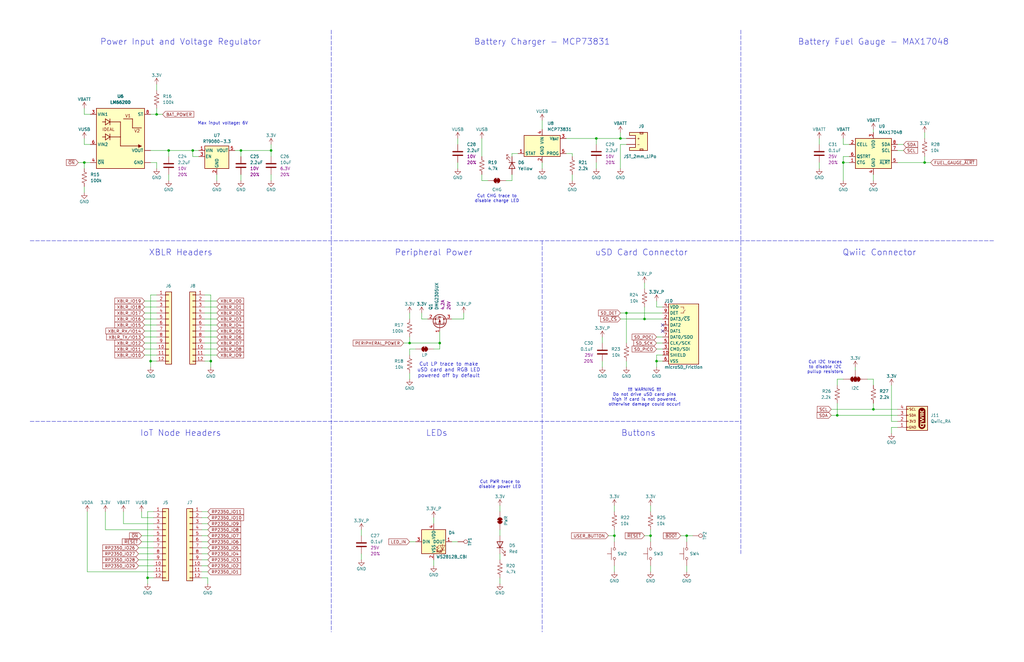
<source format=kicad_sch>
(kicad_sch (version 20231120) (generator "eeschema") (generator_version "8.0")
  (paper "USLedger")
  (title_block (title "SparkFun IoT Node - LoRaWAN") (date "2024-07-22") (rev "v02") (company "SparkFun") (comment 1 "Designed by: Dryw Wade"))
  (junction (at 276.86 152.4))
  (junction (at 274.32 226.06))
  (junction (at 62.23 243.84))
  (junction (at 71.12 63.5))
  (junction (at 114.3 63.5))
  (junction (at 389.89 68.58))
  (junction (at 264.16 132.08))
  (junction (at 355.6 68.58))
  (junction (at 35.56 68.58))
  (junction (at 271.78 134.62))
  (junction (at 185.42 144.78))
  (junction (at 259.08 226.06))
  (junction (at 63.5 152.4))
  (junction (at 368.3 172.72))
  (junction (at 353.06 175.26))
  (junction (at 101.6 63.5))
  (junction (at 251.46 58.42))
  (junction (at 289.56 226.06))
  (junction (at 88.9 152.4))
  (junction (at 172.72 144.78))
  (junction (at 261.62 58.42))
  (junction (at 66.04 48.26))
  (junction (at 81.28 63.5))
  (no_connect (at 279.4 139.7))
  (no_connect (at 279.4 137.16))
  (wire (pts (xy 368.3 172.72) (xy 378.46 172.72)))
  (wire (pts (xy 35.56 60.96) (xy 35.56 58.42)))
  (wire (pts (xy 60.96 147.32) (xy 66.04 147.32)))
  (wire (pts (xy 241.3 64.77) (xy 241.3 66.04)))
  (wire (pts (xy 345.44 58.42) (xy 345.44 60.96)))
  (wire (pts (xy 114.3 63.5) (xy 101.6 63.5)))
  (wire (pts (xy 114.3 76.2) (xy 114.3 73.66)))
  (wire (pts (xy 358.14 60.96) (xy 355.6 60.96)))
  (wire (pts (xy 71.12 73.66) (xy 71.12 76.2)))
  (wire (pts (xy 276.86 142.24) (xy 279.4 142.24)))
  (wire (pts (xy 172.72 132.08) (xy 172.72 134.62)))
  (polyline (pts (xy 12.7 101.6) (xy 419.1 101.6)) (stroke (width 0) (type dash)))
  (wire (pts (xy 210.82 243.84) (xy 210.82 246.38)))
  (wire (pts (xy 264.16 154.94) (xy 264.16 152.4)))
  (wire (pts (xy 87.63 231.14) (xy 85.09 231.14)))
  (wire (pts (xy 375.92 180.34) (xy 375.92 182.88)))
  (wire (pts (xy 389.89 68.58) (xy 378.46 68.58)))
  (wire (pts (xy 172.72 228.6) (xy 175.26 228.6)))
  (wire (pts (xy 182.88 147.32) (xy 185.42 147.32)))
  (wire (pts (xy 64.77 241.3) (xy 36.83 241.3)))
  (wire (pts (xy 355.6 66.04) (xy 355.6 68.58)))
  (wire (pts (xy 218.44 64.77) (xy 215.9 64.77)))
  (wire (pts (xy 203.2 58.42) (xy 203.2 66.04)))
  (wire (pts (xy 287.02 226.06) (xy 289.56 226.06)))
  (wire (pts (xy 350.52 172.72) (xy 368.3 172.72)))
  (wire (pts (xy 114.3 63.5) (xy 114.3 60.96)))
  (wire (pts (xy 210.82 233.68) (xy 210.82 236.22)))
  (wire (pts (xy 345.44 68.58) (xy 345.44 71.12)))
  (wire (pts (xy 68.58 48.26) (xy 66.04 48.26)))
  (wire (pts (xy 251.46 58.42) (xy 251.46 60.96)))
  (wire (pts (xy 274.32 223.52) (xy 274.32 226.06)))
  (wire (pts (xy 203.2 76.2) (xy 203.2 73.66)))
  (wire (pts (xy 375.92 177.8) (xy 375.92 162.56)))
  (wire (pts (xy 101.6 73.66) (xy 101.6 76.2)))
  (wire (pts (xy 59.69 218.44) (xy 64.77 218.44)))
  (wire (pts (xy 152.4 223.52) (xy 152.4 226.06)))
  (wire (pts (xy 215.9 64.77) (xy 215.9 66.04)))
  (wire (pts (xy 85.09 243.84) (xy 87.63 243.84)))
  (wire (pts (xy 389.89 55.88) (xy 389.89 58.42)))
  (wire (pts (xy 228.6 68.58) (xy 228.6 71.12)))
  (wire (pts (xy 63.5 63.5) (xy 71.12 63.5)))
  (wire (pts (xy 66.04 35.56) (xy 66.04 38.1)))
  (wire (pts (xy 91.44 132.08) (xy 86.36 132.08)))
  (wire (pts (xy 35.56 68.58) (xy 35.56 71.12)))
  (wire (pts (xy 368.3 172.72) (xy 368.3 170.18)))
  (wire (pts (xy 71.12 63.5) (xy 81.28 63.5)))
  (wire (pts (xy 86.36 124.46) (xy 88.9 124.46)))
  (wire (pts (xy 86.36 152.4) (xy 88.9 152.4)))
  (wire (pts (xy 87.63 233.68) (xy 85.09 233.68)))
  (wire (pts (xy 66.04 124.46) (xy 63.5 124.46)))
  (wire (pts (xy 254 152.4) (xy 254 154.94)))
  (wire (pts (xy 60.96 132.08) (xy 66.04 132.08)))
  (wire (pts (xy 58.42 236.22) (xy 64.77 236.22)))
  (wire (pts (xy 368.3 73.66) (xy 368.3 76.2)))
  (wire (pts (xy 353.06 175.26) (xy 353.06 170.18)))
  (wire (pts (xy 254 142.24) (xy 254 144.78)))
  (wire (pts (xy 91.44 139.7) (xy 86.36 139.7)))
  (wire (pts (xy 264.16 132.08) (xy 279.4 132.08)))
  (wire (pts (xy 261.62 132.08) (xy 264.16 132.08)))
  (wire (pts (xy 38.1 48.26) (xy 35.56 48.26)))
  (wire (pts (xy 60.96 144.78) (xy 66.04 144.78)))
  (wire (pts (xy 60.96 139.7) (xy 66.04 139.7)))
  (wire (pts (xy 64.77 215.9) (xy 62.23 215.9)))
  (wire (pts (xy 87.63 241.3) (xy 85.09 241.3)))
  (wire (pts (xy 355.6 60.96) (xy 355.6 58.42)))
  (wire (pts (xy 35.56 68.58) (xy 38.1 68.58)))
  (wire (pts (xy 44.45 223.52) (xy 64.77 223.52)))
  (wire (pts (xy 172.72 149.86) (xy 172.72 147.32)))
  (wire (pts (xy 83.82 66.04) (xy 81.28 66.04)))
  (wire (pts (xy 87.63 218.44) (xy 85.09 218.44)))
  (polyline (pts (xy 228.6 101.6) (xy 228.6 266.7)) (stroke (width 0) (type dash)))
  (wire (pts (xy 91.44 129.54) (xy 86.36 129.54)))
  (wire (pts (xy 353.06 160.02) (xy 353.06 162.56)))
  (wire (pts (xy 172.72 157.48) (xy 172.72 160.02)))
  (wire (pts (xy 261.62 60.96) (xy 261.62 71.12)))
  (wire (pts (xy 279.4 149.86) (xy 276.86 149.86)))
  (wire (pts (xy 91.44 127) (xy 86.36 127)))
  (wire (pts (xy 172.72 142.24) (xy 172.72 144.78)))
  (wire (pts (xy 58.42 231.14) (xy 64.77 231.14)))
  (wire (pts (xy 256.54 226.06) (xy 259.08 226.06)))
  (wire (pts (xy 62.23 243.84) (xy 62.23 246.38)))
  (wire (pts (xy 81.28 63.5) (xy 83.82 63.5)))
  (wire (pts (xy 276.86 152.4) (xy 276.86 154.94)))
  (wire (pts (xy 378.46 177.8) (xy 375.92 177.8)))
  (wire (pts (xy 193.04 68.58) (xy 193.04 71.12)))
  (wire (pts (xy 87.63 228.6) (xy 85.09 228.6)))
  (wire (pts (xy 66.04 152.4) (xy 63.5 152.4)))
  (wire (pts (xy 58.42 238.76) (xy 64.77 238.76)))
  (wire (pts (xy 182.88 218.44) (xy 182.88 220.98)))
  (wire (pts (xy 358.14 66.04) (xy 355.6 66.04)))
  (wire (pts (xy 215.9 73.66) (xy 215.9 76.2)))
  (wire (pts (xy 33.02 68.58) (xy 35.56 68.58)))
  (wire (pts (xy 63.5 124.46) (xy 63.5 152.4)))
  (wire (pts (xy 193.04 228.6) (xy 190.5 228.6)))
  (wire (pts (xy 261.62 134.62) (xy 271.78 134.62)))
  (wire (pts (xy 88.9 124.46) (xy 88.9 152.4)))
  (wire (pts (xy 60.96 127) (xy 66.04 127)))
  (wire (pts (xy 358.14 68.58) (xy 355.6 68.58)))
  (wire (pts (xy 87.63 243.84) (xy 87.63 246.38)))
  (wire (pts (xy 180.34 134.62) (xy 177.8 134.62)))
  (wire (pts (xy 91.44 144.78) (xy 86.36 144.78)))
  (wire (pts (xy 87.63 223.52) (xy 85.09 223.52)))
  (wire (pts (xy 58.42 233.68) (xy 64.77 233.68)))
  (wire (pts (xy 279.4 152.4) (xy 276.86 152.4)))
  (wire (pts (xy 360.68 154.94) (xy 360.68 156.21)))
  (wire (pts (xy 63.5 48.26) (xy 66.04 48.26)))
  (wire (pts (xy 271.78 226.06) (xy 274.32 226.06)))
  (wire (pts (xy 62.23 215.9) (xy 62.23 243.84)))
  (wire (pts (xy 264.16 60.96) (xy 261.62 60.96)))
  (wire (pts (xy 44.45 223.52) (xy 44.45 215.9)))
  (wire (pts (xy 215.9 76.2) (xy 213.36 76.2)))
  (wire (pts (xy 81.28 66.04) (xy 81.28 63.5)))
  (wire (pts (xy 210.82 213.36) (xy 210.82 215.9)))
  (wire (pts (xy 261.62 58.42) (xy 264.16 58.42)))
  (wire (pts (xy 271.78 129.54) (xy 271.78 134.62)))
  (wire (pts (xy 172.72 147.32) (xy 175.26 147.32)))
  (wire (pts (xy 251.46 58.42) (xy 261.62 58.42)))
  (wire (pts (xy 276.86 149.86) (xy 276.86 152.4)))
  (wire (pts (xy 71.12 63.5) (xy 71.12 66.04)))
  (wire (pts (xy 114.3 63.5) (xy 114.3 66.04)))
  (wire (pts (xy 381 60.96) (xy 378.46 60.96)))
  (wire (pts (xy 52.07 220.98) (xy 52.07 215.9)))
  (wire (pts (xy 355.6 160.02) (xy 353.06 160.02)))
  (wire (pts (xy 60.96 137.16) (xy 66.04 137.16)))
  (wire (pts (xy 271.78 119.38) (xy 271.78 121.92)))
  (wire (pts (xy 66.04 68.58) (xy 66.04 71.12)))
  (wire (pts (xy 271.78 134.62) (xy 279.4 134.62)))
  (wire (pts (xy 182.88 236.22) (xy 182.88 238.76)))
  (polyline (pts (xy 12.7 177.8) (xy 312.42 177.8)) (stroke (width 0) (type dash)))
  (wire (pts (xy 59.69 226.06) (xy 64.77 226.06)))
  (wire (pts (xy 279.4 129.54) (xy 276.86 129.54)))
  (wire (pts (xy 195.58 134.62) (xy 195.58 132.08)))
  (wire (pts (xy 38.1 60.96) (xy 35.56 60.96)))
  (wire (pts (xy 99.06 63.5) (xy 101.6 63.5)))
  (wire (pts (xy 381 63.5) (xy 378.46 63.5)))
  (wire (pts (xy 210.82 223.52) (xy 210.82 226.06)))
  (wire (pts (xy 368.3 160.02) (xy 368.3 162.56)))
  (wire (pts (xy 185.42 144.78) (xy 185.42 147.32)))
  (wire (pts (xy 276.86 127) (xy 276.86 129.54)))
  (wire (pts (xy 86.36 147.32) (xy 91.44 147.32)))
  (wire (pts (xy 36.83 241.3) (xy 36.83 215.9)))
  (wire (pts (xy 52.07 220.98) (xy 64.77 220.98)))
  (wire (pts (xy 190.5 134.62) (xy 195.58 134.62)))
  (wire (pts (xy 289.56 226.06) (xy 292.1 226.06)))
  (wire (pts (xy 368.3 54.61) (xy 368.3 55.88)))
  (wire (pts (xy 274.32 213.36) (xy 274.32 215.9)))
  (wire (pts (xy 238.76 64.77) (xy 241.3 64.77)))
  (wire (pts (xy 91.44 142.24) (xy 86.36 142.24)))
  (wire (pts (xy 274.32 238.76) (xy 274.32 241.3)))
  (wire (pts (xy 35.56 48.26) (xy 35.56 45.72)))
  (wire (pts (xy 238.76 58.42) (xy 251.46 58.42)))
  (wire (pts (xy 378.46 180.34) (xy 375.92 180.34)))
  (wire (pts (xy 259.08 223.52) (xy 259.08 226.06)))
  (polyline (pts (xy 139.7 12.7) (xy 139.7 266.7)) (stroke (width 0) (type dash)))
  (wire (pts (xy 59.69 215.9) (xy 59.69 218.44)))
  (wire (pts (xy 87.63 215.9) (xy 85.09 215.9)))
  (wire (pts (xy 91.44 137.16) (xy 86.36 137.16)))
  (wire (pts (xy 88.9 152.4) (xy 88.9 154.94)))
  (wire (pts (xy 87.63 220.98) (xy 85.09 220.98)))
  (wire (pts (xy 353.06 175.26) (xy 378.46 175.26)))
  (wire (pts (xy 152.4 233.68) (xy 152.4 236.22)))
  (wire (pts (xy 60.96 149.86) (xy 66.04 149.86)))
  (wire (pts (xy 63.5 68.58) (xy 66.04 68.58)))
  (wire (pts (xy 35.56 81.28) (xy 35.56 78.74)))
  (wire (pts (xy 60.96 134.62) (xy 66.04 134.62)))
  (wire (pts (xy 177.8 134.62) (xy 177.8 132.08)))
  (wire (pts (xy 59.69 228.6) (xy 64.77 228.6)))
  (wire (pts (xy 350.52 175.26) (xy 353.06 175.26)))
  (wire (pts (xy 91.44 149.86) (xy 86.36 149.86)))
  (wire (pts (xy 170.18 144.78) (xy 172.72 144.78)))
  (wire (pts (xy 205.74 76.2) (xy 203.2 76.2)))
  (wire (pts (xy 289.56 226.06) (xy 289.56 228.6)))
  (wire (pts (xy 264.16 144.78) (xy 264.16 132.08)))
  (wire (pts (xy 259.08 241.3) (xy 259.08 238.76)))
  (wire (pts (xy 389.89 66.04) (xy 389.89 68.58)))
  (wire (pts (xy 66.04 48.26) (xy 66.04 45.72)))
  (wire (pts (xy 274.32 226.06) (xy 274.32 228.6)))
  (wire (pts (xy 87.63 226.06) (xy 85.09 226.06)))
  (wire (pts (xy 392.43 68.58) (xy 389.89 68.58)))
  (wire (pts (xy 87.63 236.22) (xy 85.09 236.22)))
  (wire (pts (xy 91.44 134.62) (xy 86.36 134.62)))
  (wire (pts (xy 91.44 73.66) (xy 91.44 76.2)))
  (wire (pts (xy 87.63 238.76) (xy 85.09 238.76)))
  (wire (pts (xy 261.62 58.42) (xy 261.62 55.88)))
  (wire (pts (xy 228.6 50.8) (xy 228.6 54.61)))
  (wire (pts (xy 289.56 238.76) (xy 289.56 241.3)))
  (wire (pts (xy 241.3 73.66) (xy 241.3 76.2)))
  (wire (pts (xy 259.08 226.06) (xy 259.08 228.6)))
  (wire (pts (xy 60.96 129.54) (xy 66.04 129.54)))
  (wire (pts (xy 185.42 144.78) (xy 185.42 139.7)))
  (wire (pts (xy 276.86 144.78) (xy 279.4 144.78)))
  (polyline (pts (xy 312.42 12.7) (xy 312.42 233.68)) (stroke (width 0) (type dash)))
  (wire (pts (xy 101.6 63.5) (xy 101.6 66.04)))
  (wire (pts (xy 172.72 144.78) (xy 185.42 144.78)))
  (wire (pts (xy 259.08 213.36) (xy 259.08 215.9)))
  (wire (pts (xy 251.46 68.58) (xy 251.46 71.12)))
  (wire (pts (xy 276.86 147.32) (xy 279.4 147.32)))
  (wire (pts (xy 193.04 58.42) (xy 193.04 60.96)))
  (wire (pts (xy 63.5 152.4) (xy 63.5 154.94)))
  (wire (pts (xy 60.96 142.24) (xy 66.04 142.24)))
  (wire (pts (xy 365.76 160.02) (xy 368.3 160.02)))
  (wire (pts (xy 355.6 68.58) (xy 355.6 76.2)))
  (wire (pts (xy 64.77 243.84) (xy 62.23 243.84)))
  (text "LEDs" (at 184.15 182.88 0) (effects (font (size 2.54 2.54))))
  (text "Buttons" (at 269.24 182.88 0) (effects (font (size 2.54 2.54))))
  (text "Cut LP trace to make\nuSD card and RGB LED\npowered off by default" (at 189.23 156.21 0) (effects (font (size 1.5 1.5))))
  (text "Cut CHG trace to\ndisable charge LED" (at 209.55 83.82 0) (effects (font (size 1.27 1.27))))
  (text "Peripheral Power" (at 182.88 106.68 0) (effects (font (size 2.54 2.54))))
  (text "Battery Charger - MCP73831" (at 228.6 17.78 0) (effects (font (size 2.54 2.54))))
  (text "!!! WARNING !!!\nDo not drive uSD card pins\nhigh if card is not powered,\notherwise damage could occur!" (at 271.78 167.64 0) (effects (font (size 1.27 1.27))))
  (text "Cut I2C traces\nto disable I2C\npullup resistors" (at 347.98 154.94 0) (effects (font (size 1.27 1.27))))
  (text "uSD Card Connector" (at 270.51 106.68 0) (effects (font (size 2.54 2.54))))
  (text "IoT Node Headers" (at 76.2 182.88 0) (effects (font (size 2.54 2.54))))
  (text "Power Input and Voltage Regulator" (at 76.2 17.78 0) (effects (font (size 2.54 2.54))))
  (text "XBLR Headers" (at 76.2 106.68 0) (effects (font (size 2.54 2.54))))
  (text "Cut PWR trace to\ndisable power LED" (at 210.82 204.47 0) (effects (font (size 1.27 1.27))))
  (text "Battery Fuel Gauge - MAX17048" (at 368.3 17.78 0) (effects (font (size 2.54 2.54))))
  (text "Qwiic Connector" (at 370.84 106.68 0) (effects (font (size 2.54 2.54))))
  (text "Max input voltage: 6V" (at 93.98 52.07 0) (effects (font (size 1.27 1.27))))
  (global_label "XBLR_IO2" (shape input) (at 91.44 132.08 0) (property "Intersheetrefs" "${INTERSHEET_REFS}" (effects (hide yes))))
  (global_label "~{RESET}" (shape input) (at 59.69 228.6 180) (property "Intersheetrefs" "${INTERSHEET_REFS}" (effects (hide yes))))
  (global_label "XBLR_IO8" (shape input) (at 91.44 147.32 0) (property "Intersheetrefs" "${INTERSHEET_REFS}" (effects (hide yes))))
  (global_label "USER_BUTTON" (shape input) (at 256.54 226.06 180) (property "Intersheetrefs" "${INTERSHEET_REFS}" (effects (hide yes))))
  (global_label "RP2350_IO8" (shape input) (at 87.63 223.52 0) (property "Intersheetrefs" "${INTERSHEET_REFS}" (effects (hide yes))))
  (global_label "XBLR_IO12" (shape input) (at 60.96 144.78 180) (property "Intersheetrefs" "${INTERSHEET_REFS}" (effects (hide yes))))
  (global_label "XBLR_TX{slash}IO13" (shape input) (at 60.96 142.24 180) (property "Intersheetrefs" "${INTERSHEET_REFS}" (effects (hide yes))))
  (global_label "XBLR_IO6" (shape input) (at 91.44 142.24 0) (property "Intersheetrefs" "${INTERSHEET_REFS}" (effects (hide yes))))
  (global_label "RP2350_IO7" (shape input) (at 87.63 226.06 0) (property "Intersheetrefs" "${INTERSHEET_REFS}" (effects (hide yes))))
  (global_label "BAT_POWER" (shape input) (at 68.58 48.26 0) (property "Intersheetrefs" "${INTERSHEET_REFS}" (effects (hide yes))))
  (global_label "XBLR_IO16" (shape input) (at 60.96 134.62 180) (property "Intersheetrefs" "${INTERSHEET_REFS}" (effects (hide yes))))
  (global_label "SD_SCK" (shape input) (at 276.86 144.78 180) (property "Intersheetrefs" "${INTERSHEET_REFS}" (effects (hide yes))))
  (global_label "~{ON}" (shape input) (at 33.02 68.58 180) (property "Intersheetrefs" "${INTERSHEET_REFS}" (effects (hide yes))))
  (global_label "XBLR_IO10" (shape input) (at 60.96 149.86 180) (property "Intersheetrefs" "${INTERSHEET_REFS}" (effects (hide yes))))
  (global_label "SDA" (shape input) (at 381 60.96 0) (property "Intersheetrefs" "${INTERSHEET_REFS}" (effects (hide yes))))
  (global_label "SD_DET" (shape input) (at 261.62 132.08 180) (property "Intersheetrefs" "${INTERSHEET_REFS}" (effects (hide yes))))
  (global_label "RP2350_IO2" (shape input) (at 87.63 238.76 0) (property "Intersheetrefs" "${INTERSHEET_REFS}" (effects (hide yes))))
  (global_label "~{BOOT}" (shape input) (at 287.02 226.06 180) (property "Intersheetrefs" "${INTERSHEET_REFS}" (effects (hide yes))))
  (global_label "XBLR_IO0" (shape input) (at 91.44 127 0) (property "Intersheetrefs" "${INTERSHEET_REFS}" (effects (hide yes))))
  (global_label "XBLR_IO4" (shape input) (at 91.44 137.16 0) (property "Intersheetrefs" "${INTERSHEET_REFS}" (effects (hide yes))))
  (global_label "XBLR_IO17" (shape input) (at 60.96 132.08 180) (property "Intersheetrefs" "${INTERSHEET_REFS}" (effects (hide yes))))
  (global_label "~{RESET}" (shape input) (at 271.78 226.06 180) (property "Intersheetrefs" "${INTERSHEET_REFS}" (effects (hide yes))))
  (global_label "XBLR_IO1" (shape input) (at 91.44 129.54 0) (property "Intersheetrefs" "${INTERSHEET_REFS}" (effects (hide yes))))
  (global_label "RP2350_IO1" (shape input) (at 87.63 241.3 0) (property "Intersheetrefs" "${INTERSHEET_REFS}" (effects (hide yes))))
  (global_label "SCL" (shape input) (at 381 63.5 0) (property "Intersheetrefs" "${INTERSHEET_REFS}" (effects (hide yes))))
  (global_label "XBLR_IO3" (shape input) (at 91.44 134.62 0) (property "Intersheetrefs" "${INTERSHEET_REFS}" (effects (hide yes))))
  (global_label "SD_PICO" (shape input) (at 276.86 147.32 180) (property "Intersheetrefs" "${INTERSHEET_REFS}" (effects (hide yes))))
  (global_label "XBLR_IO9" (shape input) (at 91.44 149.86 0) (property "Intersheetrefs" "${INTERSHEET_REFS}" (effects (hide yes))))
  (global_label "RP2350_IO10" (shape input) (at 87.63 218.44 0) (property "Intersheetrefs" "${INTERSHEET_REFS}" (effects (hide yes))))
  (global_label "XBLR_RX{slash}IO14" (shape input) (at 60.96 139.7 180) (property "Intersheetrefs" "${INTERSHEET_REFS}" (effects (hide yes))))
  (global_label "XBLR_IO19" (shape input) (at 60.96 127 180) (property "Intersheetrefs" "${INTERSHEET_REFS}" (effects (hide yes))))
  (global_label "~{ON}" (shape input) (at 59.69 226.06 180) (property "Intersheetrefs" "${INTERSHEET_REFS}" (effects (hide yes))))
  (global_label "RP2350_IO28" (shape input) (at 58.42 236.22 180) (property "Intersheetrefs" "${INTERSHEET_REFS}" (effects (hide yes))))
  (global_label "SD_~{CS}" (shape input) (at 261.62 134.62 180) (property "Intersheetrefs" "${INTERSHEET_REFS}" (effects (hide yes))))
  (global_label "RP2350_IO4" (shape input) (at 87.63 233.68 0) (property "Intersheetrefs" "${INTERSHEET_REFS}" (effects (hide yes))))
  (global_label "RP2350_IO27" (shape input) (at 58.42 233.68 180) (property "Intersheetrefs" "${INTERSHEET_REFS}" (effects (hide yes))))
  (global_label "RP2350_IO6" (shape input) (at 87.63 228.6 0) (property "Intersheetrefs" "${INTERSHEET_REFS}" (effects (hide yes))))
  (global_label "RP2350_IO11" (shape input) (at 87.63 215.9 0) (property "Intersheetrefs" "${INTERSHEET_REFS}" (effects (hide yes))))
  (global_label "SCL" (shape input) (at 350.52 172.72 180) (property "Intersheetrefs" "${INTERSHEET_REFS}" (effects (hide yes))))
  (global_label "RP2350_IO9" (shape input) (at 87.63 220.98 0) (property "Intersheetrefs" "${INTERSHEET_REFS}" (effects (hide yes))))
  (global_label "XBLR_IO18" (shape input) (at 60.96 129.54 180) (property "Intersheetrefs" "${INTERSHEET_REFS}" (effects (hide yes))))
  (global_label "RP2350_IO29" (shape input) (at 58.42 238.76 180) (property "Intersheetrefs" "${INTERSHEET_REFS}" (effects (hide yes))))
  (global_label "XBLR_IO15" (shape input) (at 60.96 137.16 180) (property "Intersheetrefs" "${INTERSHEET_REFS}" (effects (hide yes))))
  (global_label "SDA" (shape input) (at 350.52 175.26 180) (property "Intersheetrefs" "${INTERSHEET_REFS}" (effects (hide yes))))
  (global_label "FUEL_GAUGE_~{ALRT}" (shape input) (at 392.43 68.58 0) (property "Intersheetrefs" "${INTERSHEET_REFS}" (effects (hide yes))))
  (global_label "RP2350_IO26" (shape input) (at 58.42 231.14 180) (property "Intersheetrefs" "${INTERSHEET_REFS}" (effects (hide yes))))
  (global_label "RP2350_IO3" (shape input) (at 87.63 236.22 0) (property "Intersheetrefs" "${INTERSHEET_REFS}" (effects (hide yes))))
  (global_label "XBLR_IO7" (shape input) (at 91.44 144.78 0) (property "Intersheetrefs" "${INTERSHEET_REFS}" (effects (hide yes))))
  (global_label "XBLR_IO11" (shape input) (at 60.96 147.32 180) (property "Intersheetrefs" "${INTERSHEET_REFS}" (effects (hide yes))))
  (global_label "XBLR_IO5" (shape input) (at 91.44 139.7 0) (property "Intersheetrefs" "${INTERSHEET_REFS}" (effects (hide yes))))
  (global_label "LED_IN" (shape input) (at 172.72 228.6 180) (property "Intersheetrefs" "${INTERSHEET_REFS}" (effects (hide yes))))
  (global_label "PERIPHERAL_POWER" (shape input) (at 170.18 144.78 180) (property "Intersheetrefs" "${INTERSHEET_REFS}" (effects (hide yes))))
  (global_label "RP2350_IO5" (shape input) (at 87.63 231.14 0) (property "Intersheetrefs" "${INTERSHEET_REFS}" (effects (hide yes))))
  (global_label "SD_POCI" (shape input) (at 276.86 142.24 180) (property "Intersheetrefs" "${INTERSHEET_REFS}" (effects (hide yes))))
  (symbol (lib_id "SparkFun-PowerSymbol:GND") (at 66.04 71.12 0) (unit 1)
    (property "Reference" "#PWR087" (effects (hide yes)))
    (property "Value" "GND" (at 66.04 74.93 0))
    (property "Description" "Power symbol creates a global label with name \"GND\" , ground" (effects (hide yes)))
  )
  (symbol (lib_id "SparkFun-Connector:Conn_01x12") (at 69.85 228.6 0) (unit 1)
    (property "Reference" "J5" (at 68.58 212.09 0) (effects (justify left)))
    (property "Value" "Conn_01x10" (effects (hide yes)))
    (property "Footprint" "SparkFun-Connector:1x12" (effects (hide yes)))
    (property "Description" "Generic connector, single row, 01x12, script generated (kicad-library-utils/schlib/autogen/connector/)" (effects (hide yes)))
  )
  (symbol (lib_id "SparkFun-PowerSymbol:GND") (at 152.4 236.22 0) (unit 1)
    (property "Reference" "#PWR096" (effects (hide yes)))
    (property "Value" "GND" (at 152.4 240.03 0))
    (property "Description" "Power symbol creates a global label with name \"GND\" , ground" (effects (hide yes)))
  )
  (symbol (lib_id "SparkFun-Resistor:4.7k_0603") (at 203.2 69.85 90) (unit 1)
    (property "Reference" "R19" (at 205.74 68.5799 90) (effects (justify right)))
    (property "Value" "4.7k" (at 205.74 71.1199 90) (effects (justify right)))
    (property "Footprint" "SparkFun-Resistor:R_0603_1608Metric" (effects (hide yes)))
    (property "Datasheet" "https://www.vishay.com/docs/20035/dcrcwe3.pdf" (effects (hide yes)))
    (property "Description" "Resistor" (effects (hide yes)))
    (property "PROD_ID" "RES-07857" (effects (hide yes)))
  )
  (symbol (lib_id "SparkFun-PowerSymbol:VUSB") (at 228.6 50.8 0) (unit 1)
    (property "Reference" "#PWR0108" (effects (hide yes)))
    (property "Value" "VUSB" (at 228.6 46.99 0))
    (property "Description" "Power symbol creates a global label with name \"VUSB\"" (effects (hide yes)))
  )
  (symbol (lib_id "SparkFun-Resistor:100k_0603") (at 35.56 74.93 90) (unit 1)
    (property "Reference" "R15" (at 38.1 73.6599 90) (effects (justify right)))
    (property "Value" "100k" (at 38.1 76.1999 90) (effects (justify right)))
    (property "Footprint" "SparkFun-Resistor:R_0603_1608Metric" (effects (hide yes)))
    (property "Datasheet" "https://www.vishay.com/docs/20035/dcrcwe3.pdf" (effects (hide yes)))
    (property "Description" "Resistor" (effects (hide yes)))
    (property "PROD_ID" "RES-07828" (effects (hide yes)))
  )
  (symbol (lib_id "SparkFun-Resistor:10k_0603") (at 259.08 219.71 90) (unit 1)
    (property "Reference" "R22" (at 261.62 218.4399 90) (effects (justify right)))
    (property "Value" "10k" (at 261.62 220.9799 90) (effects (justify right)))
    (property "Footprint" "SparkFun-Resistor:R_0603_1608Metric" (effects (hide yes)))
    (property "Datasheet" "https://www.vishay.com/docs/20035/dcrcwe3.pdf" (effects (hide yes)))
    (property "Description" "Resistor" (effects (hide yes)))
    (property "PROD_ID" "RES-00824" (effects (hide yes)))
  )
  (symbol (lib_id "SparkFun-PowerSymbol:3.3V_P") (at 152.4 223.52 0) (unit 1)
    (property "Reference" "#PWR095" (effects (hide yes)))
    (property "Value" "3.3V_P" (at 152.4 219.71 0))
    (property "Description" "Power symbol creates a global label with name \"3.3V_P\"" (effects (hide yes)))
  )
  (symbol (lib_id "SparkFun-PowerSymbol:GND") (at 276.86 154.94 0) (unit 1)
    (property "Reference" "#PWR0123" (effects (hide yes)))
    (property "Value" "GND" (at 276.86 158.75 0))
    (property "Description" "Power symbol creates a global label with name \"GND\" , ground" (effects (hide yes)))
  )
  (symbol (lib_id "SparkFun-PowerSymbol:GND") (at 368.3 76.2 0) (unit 1)
    (property "Reference" "#PWR0131" (effects (hide yes)))
    (property "Value" "GND" (at 368.3 80.01 0))
    (property "Description" "Power symbol creates a global label with name \"GND\" , ground" (effects (hide yes)))
  )
  (symbol (lib_id "SparkFun-PowerSymbol:VBATT") (at 261.62 55.88 0) (unit 1)
    (property "Reference" "#PWR0116" (effects (hide yes)))
    (property "Value" "VBATT" (at 261.62 52.07 0))
    (property "Description" "Power symbol creates a global label with name \"VBATT\"" (effects (hide yes)))
  )
  (symbol (lib_id "SparkFun-PowerSymbol:GND") (at 63.5 154.94 0) (unit 1)
    (property "Reference" "#PWR085" (effects (hide yes)))
    (property "Value" "GND" (at 63.5 158.75 0))
    (property "Description" "Power symbol creates a global label with name \"GND\" , ground" (effects (hide yes)))
  )
  (symbol (lib_id "SparkFun-PowerSymbol:GND") (at 375.92 182.88 0) (unit 1)
    (property "Reference" "#PWR0133" (effects (hide yes)))
    (property "Value" "GND" (at 375.92 186.69 0))
    (property "Description" "Power symbol creates a global label with name \"GND\" , ground" (effects (hide yes)))
  )
  (symbol (lib_id "SparkFun-PowerSymbol:GND") (at 274.32 241.3 0) (unit 1)
    (property "Reference" "#PWR0121" (effects (hide yes)))
    (property "Value" "GND" (at 274.32 245.11 0))
    (property "Description" "Power symbol creates a global label with name \"GND\" , ground" (effects (hide yes)))
  )
  (symbol (lib_id "SparkFun-Capacitor:10uF_0603_6.3V_20%") (at 114.3 69.85 0) (unit 1)
    (property "Reference" "C26" (at 118.11 66.0399 0) (effects (justify left)))
    (property "Value" "10uF" (at 118.11 68.5799 0) (effects (justify left)))
    (property "Footprint" "SparkFun-Capacitor:C_0603_1608Metric" (effects (hide yes)))
    (property "Datasheet" "https://cdn.sparkfun.com/assets/8/a/4/a/5/Kemet_Capacitor_Datasheet.pdf" (effects (hide yes)))
    (property "Description" "Unpolarized capacitor" (effects (hide yes)))
    (property "PROD_ID" "CAP-11015" (effects (hide yes)))
    (property "Voltage" "6.3V" (at 118.11 71.1199 0) (effects (justify left)))
    (property "Tolerance" "20%" (at 118.11 73.6599 0) (effects (justify left)))
  )
  (symbol (lib_id "SparkFun-PowerSymbol:3.3V") (at 375.92 162.56 0) (unit 1)
    (property "Reference" "#PWR0132" (effects (hide yes)))
    (property "Value" "3.3V" (at 375.92 158.75 0))
    (property "Description" "Power symbol creates a global label with name \"3.3V\"" (effects (hide yes)))
  )
  (symbol (lib_id "SparkFun-Capacitor:0.1uF_0603_25V_20%") (at 152.4 229.87 0) (unit 1)
    (property "Reference" "C27" (at 156.21 226.0599 0) (effects (justify left)))
    (property "Value" "0.1uF" (at 156.21 228.5999 0) (effects (justify left)))
    (property "Footprint" "SparkFun-Capacitor:C_0603_1608Metric" (effects (hide yes)))
    (property "Datasheet" "https://cdn.sparkfun.com/assets/8/a/4/a/5/Kemet_Capacitor_Datasheet.pdf" (effects (hide yes)))
    (property "Description" "Unpolarized capacitor" (effects (hide yes)))
    (property "PROD_ID" "CAP-00810" (effects (hide yes)))
    (property "Voltage" "25V" (at 156.21 231.1399 0) (effects (justify left)))
    (property "Tolerance" "20%" (at 156.21 233.6799 0) (effects (justify left)))
  )
  (symbol (lib_id "SparkFun-PowerSymbol:3.3V_P") (at 276.86 127 0) (unit 1)
    (property "Reference" "#PWR0122" (effects (hide yes)))
    (property "Value" "3.3V_P" (at 276.86 123.19 0))
    (property "Description" "Power symbol creates a global label with name \"3.3V_P\"" (effects (hide yes)))
  )
  (symbol (lib_id "SparkFun-PowerSymbol:3.3V_P") (at 254 142.24 0) (unit 1)
    (property "Reference" "#PWR0112" (effects (hide yes)))
    (property "Value" "3.3V_P" (at 254 138.43 0))
    (property "Description" "Power symbol creates a global label with name \"3.3V_P\"" (effects (hide yes)))
  )
  (symbol (lib_id "SparkFun-PowerSymbol:VBATT") (at 35.56 45.72 0) (unit 1)
    (property "Reference" "#PWR077" (effects (hide yes)))
    (property "Value" "VBATT" (at 35.56 41.91 0))
    (property "Description" "Power symbol creates a global label with name \"VBATT\"" (effects (hide yes)))
  )
  (symbol (lib_id "SparkFun-Switch:SPST_Push_SMD_4.6x2.8mm_h2.5mm") (at 274.32 233.68 90) (unit 1)
    (property "Reference" "SW3" (at 275.59 233.6799 90) (effects (justify right)))
    (property "Value" "SMD_4.6x2.8mm_h2.5mm" (effects (hide yes)))
    (property "Footprint" "SparkFun-Switch:Push_SMD_4.6x2.8mm" (effects (hide yes)))
    (property "Description" "Single Pole Single Throw (SPST) switch" (effects (hide yes)))
    (property "PROD_ID" "SWCH-15606" (effects (hide yes)))
  )
  (symbol (lib_id "SparkFun-DiscreteSemi:Q_PMOS_4.2A_20V") (at 185.42 137.16 270) (mirror x) (unit 1)
    (property "Reference" "Q1" (at 181.6099 130.81 0) (effects (justify left)))
    (property "Value" "DMG2305UX" (at 184.1499 130.81 0) (effects (justify left)))
    (property "Footprint" "SparkFun-Semiconductor-Standard:SOT23-3" (effects (hide yes)))
    (property "Datasheet" "https://www.diodes.com/assets/Datasheets/DMG2305UX.pdf" (effects (hide yes)))
    (property "Description" "P-MOSFET transistor, drain/gate/source" (effects (hide yes)))
    (property "PROD_ID" "TRANS-14388" (effects (hide yes)))
    (property "IMax" "4.2A" (at 186.6899 130.81 0) (effects (justify left)))
    (property "VMax" "20V" (at 189.2299 130.81 0) (effects (justify left)))
  )
  (symbol (lib_id "SparkFun-PowerSymbol:3.3V") (at 114.3 60.96 0) (unit 1)
    (property "Reference" "#PWR093" (effects (hide yes)))
    (property "Value" "3.3V" (at 114.3 57.15 0))
    (property "Description" "Power symbol creates a global label with name \"3.3V\"" (effects (hide yes)))
  )
  (symbol (lib_id "SparkFun-PowerSymbol:GND") (at 172.72 160.02 0) (unit 1)
    (property "Reference" "#PWR098" (effects (hide yes)))
    (property "Value" "GND" (at 172.72 163.83 0))
    (property "Description" "Power symbol creates a global label with name \"GND\" , ground" (effects (hide yes)))
  )
  (symbol (lib_id "SparkFun-PowerSymbol:VUSB") (at 35.56 58.42 0) (unit 1)
    (property "Reference" "#PWR078" (effects (hide yes)))
    (property "Value" "VUSB" (at 35.56 54.61 0))
    (property "Description" "Power symbol creates a global label with name \"VUSB\"" (effects (hide yes)))
  )
  (symbol (lib_id "SparkFun-Capacitor:2.2uF_0603_10V_20%") (at 101.6 69.85 0) (unit 1)
    (property "Reference" "C25" (at 105.41 66.0399 0) (effects (justify left)))
    (property "Value" "2.2uF" (at 105.41 68.5799 0) (effects (justify left)))
    (property "Footprint" "SparkFun-Capacitor:C_0603_1608Metric" (effects (hide yes)))
    (property "Datasheet" "https://cdn.sparkfun.com/assets/8/a/4/a/5/Kemet_Capacitor_Datasheet.pdf" (effects (hide yes)))
    (property "Description" "Unpolarized capacitor" (effects (hide yes)))
    (property "PROD_ID" "CAP-07888" (effects (hide yes)))
    (property "Voltage" "10V" (at 105.41 71.1199 0) (effects (justify left)))
    (property "Tolerance" "20%" (at 105.41 73.6599 0) (effects (justify left)))
  )
  (symbol (lib_id "SparkFun-Connector:Qwiic_Right_Angle") (at 383.54 175.26 0) (unit 1)
    (property "Reference" "J11" (at 392.43 175.2599 0) (effects (justify left)))
    (property "Value" "Qwiic_RA" (at 392.43 177.7999 0) (effects (justify left)))
    (property "Footprint" "SparkFun-Connector:JST_SMD_1.0mm-4_RA" (effects (hide yes)))
    (property "Datasheet" "https://www.jst-mfg.com/product/pdf/eng/eSH.pdf" (effects (hide yes)))
    (property "Description" "4 pin JST 1mm polarized connector for I2C" (effects (hide yes)))
    (property "PROD_ID" "CONN-13694" (effects (hide yes)))
  )
  (symbol (lib_id "SparkFun-LED:WS2812B_2020") (at 182.88 228.6 0) (unit 1)
    (property "Reference" "D4" (at 190.5 224.8214 0))
    (property "Value" "WS2812B_CBI" (at 190.5 234.95 0))
    (property "Footprint" "SparkFun-LED:WS2812-2020" (effects (hide yes)))
    (property "Datasheet" "https://cdn.sparkfun.com/assets/e/1/0/f/b/WS2812C-2020_V1.2_EN_19112716191654.pdf" (effects (hide yes)))
    (property "Description" "RGB LED with integrated controller" (effects (hide yes)))
    (property "PROD_ID" "DIO-15591" (effects (hide yes)))
  )
  (symbol (lib_id "SparkFun-PowerSymbol:GND") (at 345.44 71.12 0) (unit 1)
    (property "Reference" "#PWR0126" (effects (hide yes)))
    (property "Value" "GND" (at 345.44 74.93 0))
    (property "Description" "Power symbol creates a global label with name \"GND\" , ground" (effects (hide yes)))
  )
  (symbol (lib_id "SparkFun-Resistor:10k_0603") (at 264.16 148.59 90) (unit 1)
    (property "Reference" "R23" (at 261.62 147.3199 90) (effects (justify left)))
    (property "Value" "10k" (at 261.62 149.8599 90) (effects (justify left)))
    (property "Footprint" "SparkFun-Resistor:R_0603_1608Metric" (effects (hide yes)))
    (property "Datasheet" "https://www.vishay.com/docs/20035/dcrcwe3.pdf" (effects (hide yes)))
    (property "Description" "Resistor" (effects (hide yes)))
    (property "PROD_ID" "RES-00824" (effects (hide yes)))
  )
  (symbol (lib_id "SparkFun-PowerSymbol:3.3V_P") (at 195.58 132.08 0) (unit 1)
    (property "Reference" "#PWR0104" (effects (hide yes)))
    (property "Value" "3.3V_P" (at 195.58 128.27 0))
    (property "Description" "Power symbol creates a global label with name \"3.3V_P\"" (effects (hide yes)))
  )
  (symbol (lib_id "SparkFun-IC-Power:MCP73831") (at 228.6 62.23 0) (unit 1)
    (property "Reference" "U8" (at 230.7941 52.07 0) (effects (justify left)))
    (property "Value" "MCP73831" (at 230.7941 54.61 0) (effects (justify left)))
    (property "Footprint" "SparkFun-Semiconductor-Standard:SOT23-5" (effects (hide yes)))
    (property "Datasheet" "http://ww1.microchip.com/downloads/en/DeviceDoc/20001984g.pdf" (effects (hide yes)))
    (property "Description" "Single cell, Li-Ion/Li-Po charge management controller, 4.50V, Tri-State Status Output, in SOT23-5 package" (effects (hide yes)))
    (property "PROD_ID" "IC-09995" (effects (hide yes)))
  )
  (symbol (lib_id "SparkFun-Capacitor:2.2uF_0603_10V_20%") (at 251.46 64.77 0) (unit 1)
    (property "Reference" "C29" (at 255.27 60.9599 0) (effects (justify left)))
    (property "Value" "2.2uF" (at 255.27 63.4999 0) (effects (justify left)))
    (property "Footprint" "SparkFun-Capacitor:C_0603_1608Metric" (effects (hide yes)))
    (property "Datasheet" "https://cdn.sparkfun.com/assets/8/a/4/a/5/Kemet_Capacitor_Datasheet.pdf" (effects (hide yes)))
    (property "Description" "Unpolarized capacitor" (effects (hide yes)))
    (property "PROD_ID" "CAP-07888" (effects (hide yes)))
    (property "Voltage" "10V" (at 255.27 66.0399 0) (effects (justify left)))
    (property "Tolerance" "20%" (at 255.27 68.5799 0) (effects (justify left)))
  )
  (symbol (lib_id "SparkFun-PowerSymbol:GND") (at 355.6 76.2 0) (unit 1)
    (property "Reference" "#PWR0128" (effects (hide yes)))
    (property "Value" "GND" (at 355.6 80.01 0))
    (property "Description" "Power symbol creates a global label with name \"GND\" , ground" (effects (hide yes)))
  )
  (symbol (lib_id "SparkFun-PowerSymbol:GND") (at 114.3 76.2 0) (unit 1)
    (property "Reference" "#PWR094" (effects (hide yes)))
    (property "Value" "GND" (at 114.3 80.01 0))
    (property "Description" "Power symbol creates a global label with name \"GND\" , ground" (effects (hide yes)))
  )
  (symbol (lib_id "SparkFun-PowerSymbol:GND") (at 251.46 71.12 0) (unit 1)
    (property "Reference" "#PWR0111" (effects (hide yes)))
    (property "Value" "GND" (at 251.46 74.93 0))
    (property "Description" "Power symbol creates a global label with name \"GND\" , ground" (effects (hide yes)))
  )
  (symbol (lib_id "SparkFun-PowerSymbol:GND") (at 101.6 76.2 0) (unit 1)
    (property "Reference" "#PWR092" (effects (hide yes)))
    (property "Value" "GND" (at 101.6 80.01 0))
    (property "Description" "Power symbol creates a global label with name \"GND\" , ground" (effects (hide yes)))
  )
  (symbol (lib_id "SparkFun-Resistor:2.2k_0603") (at 368.3 166.37 90) (unit 1)
    (property "Reference" "R27" (at 370.84 165.0999 90) (effects (justify right)))
    (property "Value" "2.2k" (at 370.84 167.6399 90) (effects (justify right)))
    (property "Footprint" "SparkFun-Resistor:R_0603_1608Metric" (effects (hide yes)))
    (property "Datasheet" "https://www.vishay.com/docs/20035/dcrcwe3.pdf" (effects (hide yes)))
    (property "Description" "Resistor" (effects (hide yes)))
    (property "PROD_ID" "RES-08272" (effects (hide yes)))
  )
  (symbol (lib_id "SparkFun-LED:LED_Red_0603") (at 210.82 229.87 90) (unit 1)
    (property "Reference" "D5" (at 214.63 230.1874 90) (effects (justify right)))
    (property "Value" "Red" (at 214.63 232.7274 90) (effects (justify right)))
    (property "Footprint" "SparkFun-LED:LED_0603_1608Metric" (effects (hide yes)))
    (property "Datasheet" "https://docs.broadcom.com/docs/AV02-0551EN" (effects (hide yes)))
    (property "Description" "Light emitting diode" (effects (hide yes)))
    (property "PROD_ID" "DIO-17976" (effects (hide yes)))
  )
  (symbol (lib_id "SparkFun-PowerSymbol:GND") (at 228.6 71.12 0) (unit 1)
    (property "Reference" "#PWR0109" (effects (hide yes)))
    (property "Value" "GND" (at 228.6 74.93 0))
    (property "Description" "Power symbol creates a global label with name \"GND\" , ground" (effects (hide yes)))
  )
  (symbol (lib_id "SparkFun-Resistor:10k_0603") (at 172.72 153.67 90) (unit 1)
    (property "Reference" "R18" (at 170.18 152.3999 90) (effects (justify left)))
    (property "Value" "10k" (at 170.18 154.9399 90) (effects (justify left)))
    (property "Footprint" "SparkFun-Resistor:R_0603_1608Metric" (effects (hide yes)))
    (property "Datasheet" "https://www.vishay.com/docs/20035/dcrcwe3.pdf" (effects (hide yes)))
    (property "Description" "Resistor" (effects (hide yes)))
    (property "PROD_ID" "RES-00824" (effects (hide yes)))
  )
  (symbol (lib_id "SparkFun-Resistor:2.2k_0603") (at 353.06 166.37 90) (unit 1)
    (property "Reference" "R26" (at 350.52 165.0999 90) (effects (justify left)))
    (property "Value" "2.2k" (at 350.52 167.6399 90) (effects (justify left)))
    (property "Footprint" "SparkFun-Resistor:R_0603_1608Metric" (effects (hide yes)))
    (property "Datasheet" "https://www.vishay.com/docs/20035/dcrcwe3.pdf" (effects (hide yes)))
    (property "Description" "Resistor" (effects (hide yes)))
    (property "PROD_ID" "RES-08272" (effects (hide yes)))
  )
  (symbol (lib_id "SparkFun-PowerSymbol:VUSB") (at 59.69 215.9 0) (unit 1)
    (property "Reference" "#PWR083" (effects (hide yes)))
    (property "Value" "VUSB" (at 59.69 212.09 0))
    (property "Description" "Power symbol creates a global label with name \"VUSB\"" (effects (hide yes)))
  )
  (symbol (lib_id "SparkFun-PowerSymbol:VUSB") (at 193.04 58.42 0) (unit 1)
    (property "Reference" "#PWR0102" (effects (hide yes)))
    (property "Value" "VUSB" (at 193.04 54.61 0))
    (property "Description" "Power symbol creates a global label with name \"VUSB\"" (effects (hide yes)))
  )
  (symbol (lib_id "SparkFun-PowerSymbol:3.3V") (at 259.08 213.36 0) (unit 1)
    (property "Reference" "#PWR0114" (effects (hide yes)))
    (property "Value" "3.3V" (at 259.08 209.55 0))
    (property "Description" "Power symbol creates a global label with name \"3.3V\"" (effects (hide yes)))
  )
  (symbol (lib_id "SparkFun-Resistor:10k_0603") (at 274.32 219.71 90) (unit 1)
    (property "Reference" "R25" (at 276.86 218.4399 90) (effects (justify right)))
    (property "Value" "10k" (at 276.86 220.9799 90) (effects (justify right)))
    (property "Footprint" "SparkFun-Resistor:R_0603_1608Metric" (effects (hide yes)))
    (property "Datasheet" "https://www.vishay.com/docs/20035/dcrcwe3.pdf" (effects (hide yes)))
    (property "Description" "Resistor" (effects (hide yes)))
    (property "PROD_ID" "RES-00824" (effects (hide yes)))
  )
  (symbol (lib_id "SparkFun-PowerSymbol:GND") (at 71.12 76.2 0) (unit 1)
    (property "Reference" "#PWR088" (effects (hide yes)))
    (property "Value" "GND" (at 71.12 80.01 0))
    (property "Description" "Power symbol creates a global label with name \"GND\" , ground" (effects (hide yes)))
  )
  (symbol (lib_id "SparkFun-Capacitor:0.1uF_0603_25V_20%") (at 345.44 64.77 0) (unit 1)
    (property "Reference" "C31" (at 349.25 60.9599 0) (effects (justify left)))
    (property "Value" "0.1uF" (at 349.25 63.4999 0) (effects (justify left)))
    (property "Footprint" "SparkFun-Capacitor:C_0603_1608Metric" (effects (hide yes)))
    (property "Datasheet" "https://cdn.sparkfun.com/assets/8/a/4/a/5/Kemet_Capacitor_Datasheet.pdf" (effects (hide yes)))
    (property "Description" "Unpolarized capacitor" (effects (hide yes)))
    (property "PROD_ID" "CAP-00810" (effects (hide yes)))
    (property "Voltage" "25V" (at 349.25 66.0399 0) (effects (justify left)))
    (property "Tolerance" "20%" (at 349.25 68.5799 0) (effects (justify left)))
  )
  (symbol (lib_id "SparkFun-Jumper:SolderJumper_2_Bridged") (at 210.82 219.71 270) (mirror x) (unit 1)
    (property "Reference" "JP6" (effects (hide yes)))
    (property "Value" "PWR" (at 213.36 219.71 0))
    (property "Footprint" "SparkFun-Jumper:Jumper_2_NC_Trace" (effects (hide yes)))
    (property "Description" "Solder Jumper, 2-pole, closed/bridged" (effects (hide yes)))
  )
  (symbol (lib_id "SparkFun-IC-Power:LM66200") (at 50.8 58.42 0) (unit 1)
    (property "Reference" "U6" (at 50.8 40.64 0) (effects (font (bold yes))))
    (property "Value" "LM66200" (at 50.8 43.18 0) (effects (font (bold yes))))
    (property "Footprint" "SparkFun-Semiconductor-Standard:SOT-583-8" (effects (hide yes)))
    (property "Datasheet" "https://www.ti.com/lit/ds/symlink/lm66200.pdf" (effects (hide yes)))
    (property "Description" "Dual ideal diode device with automatic switchover" (effects (hide yes)))
    (property "PROD_ID" "IC-20783" (effects (hide yes)))
  )
  (symbol (lib_id "SparkFun-PowerSymbol:3.3V") (at 210.82 213.36 0) (unit 1)
    (property "Reference" "#PWR0106" (effects (hide yes)))
    (property "Value" "3.3V" (at 210.82 209.55 0))
    (property "Description" "Power symbol creates a global label with name \"3.3V\"" (effects (hide yes)))
  )
  (symbol (lib_id "SparkFun-PowerSymbol:GND") (at 241.3 76.2 0) (unit 1)
    (property "Reference" "#PWR0110" (effects (hide yes)))
    (property "Value" "GND" (at 241.3 80.01 0))
    (property "Description" "Power symbol creates a global label with name \"GND\" , ground" (effects (hide yes)))
  )
  (symbol (lib_id "SparkFun-PowerSymbol:GND") (at 210.82 246.38 0) (unit 1)
    (property "Reference" "#PWR0107" (effects (hide yes)))
    (property "Value" "GND" (at 210.82 250.19 0))
    (property "Description" "Power symbol creates a global label with name \"GND\" , ground" (effects (hide yes)))
  )
  (symbol (lib_id "SparkFun-PowerSymbol:VBATT") (at 368.3 54.61 0) (unit 1)
    (property "Reference" "#PWR0130" (effects (hide yes)))
    (property "Value" "VBATT" (at 368.3 50.8 0))
    (property "Description" "Power symbol creates a global label with name \"VBATT\"" (effects (hide yes)))
  )
  (symbol (lib_id "SparkFun-Resistor:100k_0603") (at 66.04 41.91 90) (unit 1)
    (property "Reference" "R16" (at 68.58 40.6399 90) (effects (justify right)))
    (property "Value" "100k" (at 68.58 43.1799 90) (effects (justify right)))
    (property "Footprint" "SparkFun-Resistor:R_0603_1608Metric" (effects (hide yes)))
    (property "Datasheet" "https://www.vishay.com/docs/20035/dcrcwe3.pdf" (effects (hide yes)))
    (property "Description" "Resistor" (effects (hide yes)))
    (property "PROD_ID" "RES-07828" (effects (hide yes)))
  )
  (symbol (lib_id "SparkFun-PowerSymbol:3.3V") (at 66.04 35.56 0) (unit 1)
    (property "Reference" "#PWR086" (effects (hide yes)))
    (property "Value" "3.3V" (at 66.04 31.75 0))
    (property "Description" "Power symbol creates a global label with name \"3.3V\"" (effects (hide yes)))
  )
  (symbol (lib_id "SparkFun-IC-Power:MAX17048") (at 368.3 64.77 0) (unit 1)
    (property "Reference" "U9" (at 370.4941 53.34 0) (effects (justify left)))
    (property "Value" "MAX17048" (at 370.4941 55.88 0) (effects (justify left)))
    (property "Footprint" "SparkFun-Semiconductor-Standard:DFN-8" (effects (hide yes)))
    (property "Datasheet" "https://www.analog.com/media/en/technical-documentation/data-sheets/MAX17048-MAX17049.pdf" (effects (hide yes)))
    (property "Description" "Fuela Gauge IC for Batteries" (effects (hide yes)))
    (property "PROD_ID" "IC-12551" (effects (hide yes)))
  )
  (symbol (lib_id "SparkFun-Switch:SPST_Push_SMD_4.6x2.8mm_h2.5mm") (at 289.56 233.68 90) (unit 1)
    (property "Reference" "SW4" (at 290.83 233.6799 90) (effects (justify right)))
    (property "Value" "SMD_4.6x2.8mm_h2.5mm" (effects (hide yes)))
    (property "Footprint" "SparkFun-Switch:Push_SMD_4.6x2.8mm" (effects (hide yes)))
    (property "Description" "Single Pole Single Throw (SPST) switch" (effects (hide yes)))
    (property "PROD_ID" "SWCH-15606" (effects (hide yes)))
  )
  (symbol (lib_id "SparkFun-PowerSymbol:GND") (at 87.63 246.38 0) (unit 1)
    (property "Reference" "#PWR089" (effects (hide yes)))
    (property "Value" "GND" (at 87.63 250.19 0))
    (property "Description" "Power symbol creates a global label with name \"GND\" , ground" (effects (hide yes)))
  )
  (symbol (lib_id "SparkFun-PowerSymbol:GND") (at 254 154.94 0) (unit 1)
    (property "Reference" "#PWR0113" (effects (hide yes)))
    (property "Value" "GND" (at 254 158.75 0))
    (property "Description" "Power symbol creates a global label with name \"GND\" , ground" (effects (hide yes)))
  )
  (symbol (lib_id "SparkFun-Resistor:10k_0603") (at 389.89 62.23 90) (unit 1)
    (property "Reference" "R28" (at 392.43 60.9599 90) (effects (justify right)))
    (property "Value" "10k" (at 392.43 63.4999 90) (effects (justify right)))
    (property "Footprint" "SparkFun-Resistor:R_0603_1608Metric" (effects (hide yes)))
    (property "Datasheet" "https://www.vishay.com/docs/20035/dcrcwe3.pdf" (effects (hide yes)))
    (property "Description" "Resistor" (effects (hide yes)))
    (property "PROD_ID" "RES-00824" (effects (hide yes)))
  )
  (symbol (lib_id "SparkFun-PowerSymbol:3.3V") (at 274.32 213.36 0) (unit 1)
    (property "Reference" "#PWR0120" (effects (hide yes)))
    (property "Value" "3.3V" (at 274.32 209.55 0))
    (property "Description" "Power symbol creates a global label with name \"3.3V\"" (effects (hide yes)))
  )
  (symbol (lib_id "SparkFun-PowerSymbol:3.3V") (at 389.89 55.88 0) (unit 1)
    (property "Reference" "#PWR0134" (effects (hide yes)))
    (property "Value" "3.3V" (at 389.89 52.07 0))
    (property "Description" "Power symbol creates a global label with name \"3.3V\"" (effects (hide yes)))
  )
  (symbol (lib_id "SparkFun-PowerSymbol:GND") (at 264.16 154.94 0) (unit 1)
    (property "Reference" "#PWR0118" (effects (hide yes)))
    (property "Value" "GND" (at 264.16 158.75 0))
    (property "Description" "Power symbol creates a global label with name \"GND\" , ground" (effects (hide yes)))
  )
  (symbol (lib_id "SparkFun-PowerSymbol:GND") (at 289.56 241.3 0) (unit 1)
    (property "Reference" "#PWR0124" (effects (hide yes)))
    (property "Value" "GND" (at 289.56 245.11 0))
    (property "Description" "Power symbol creates a global label with name \"GND\" , ground" (effects (hide yes)))
  )
  (symbol (lib_id "SparkFun-LED:LED_Yellow_0603") (at 215.9 69.85 270) (unit 1)
    (property "Reference" "D6" (at 218.44 68.58 90) (effects (justify left)))
    (property "Value" "Yellow" (at 218.44 71.12 90) (effects (justify left)))
    (property "Footprint" "SparkFun-LED:LED_0603_1608Metric" (effects (hide yes)))
    (property "Datasheet" "https://www.kingbrightusa.com/images/catalog/SPEC/APT1608SYCK.pdf" (effects (hide yes)))
    (property "Description" "Light emitting diode" (effects (hide yes)))
    (property "PROD_ID" "DIO-09003" (effects (hide yes)))
  )
  (symbol (lib_id "SparkFun-PowerSymbol:GND") (at 193.04 71.12 0) (unit 1)
    (property "Reference" "#PWR0103" (effects (hide yes)))
    (property "Value" "GND" (at 193.04 74.93 0))
    (property "Description" "Power symbol creates a global label with name \"GND\" , ground" (effects (hide yes)))
  )
  (symbol (lib_id "SparkFun-Connector:Conn_01x12") (at 81.28 137.16 0) (mirror y) (unit 1)
    (property "Reference" "J8" (at 81.28 120.65 0))
    (property "Value" "Conn_01x10" (effects (hide yes)))
    (property "Footprint" "SparkFun-Connector:1x12" (effects (hide yes)))
    (property "Description" "Generic connector, single row, 01x12, script generated (kicad-library-utils/schlib/autogen/connector/)" (effects (hide yes)))
  )
  (symbol (lib_id "SparkFun-Capacitor:2.2uF_0603_10V_20%") (at 71.12 69.85 0) (unit 1)
    (property "Reference" "C24" (at 74.93 66.0399 0) (effects (justify left)))
    (property "Value" "2.2uF" (at 74.93 68.5799 0) (effects (justify left)))
    (property "Footprint" "SparkFun-Capacitor:C_0603_1608Metric" (effects (hide yes)))
    (property "Datasheet" "https://cdn.sparkfun.com/assets/8/a/4/a/5/Kemet_Capacitor_Datasheet.pdf" (effects (hide yes)))
    (property "Description" "Unpolarized capacitor" (effects (hide yes)))
    (property "PROD_ID" "CAP-07888" (effects (hide yes)))
    (property "Voltage" "10V" (at 74.93 71.1199 0) (effects (justify left)))
    (property "Tolerance" "20%" (at 74.93 73.6599 0) (effects (justify left)))
  )
  (symbol (lib_id "SparkFun-Connector:TestPoint_1.0mm") (at 193.04 228.6 270) (unit 1)
    (property "Reference" "TP1" (at 198.12 228.6 0))
    (property "Value" "1.0mm" (effects (hide yes)))
    (property "Footprint" "SparkFun-Connector:TestPoint-1.0mm" (effects (hide yes)))
    (property "Description" "Test Point" (effects (hide yes)))
  )
  (symbol (lib_id "SparkFun-PowerSymbol:3.3V") (at 177.8 132.08 0) (unit 1)
    (property "Reference" "#PWR099" (effects (hide yes)))
    (property "Value" "3.3V" (at 177.8 128.27 0))
    (property "Description" "Power symbol creates a global label with name \"3.3V\"" (effects (hide yes)))
  )
  (symbol (lib_id "SparkFun-Jumper:SolderJumper_2_Bridged") (at 179.07 147.32 0) (mirror x) (unit 1)
    (property "Reference" "JP4" (effects (hide yes)))
    (property "Value" "LP" (at 179.07 149.86 0))
    (property "Footprint" "SparkFun-Jumper:Jumper_2_NC_Trace" (effects (hide yes)))
    (property "Description" "Solder Jumper, 2-pole, closed/bridged" (effects (hide yes)))
  )
  (symbol (lib_id "SparkFun-Switch:SPST_Push_SMD_4.6x2.8mm_h2.5mm") (at 259.08 233.68 90) (unit 1)
    (property "Reference" "SW2" (at 260.35 233.6799 90) (effects (justify right)))
    (property "Value" "SMD_4.6x2.8mm_h2.5mm" (effects (hide yes)))
    (property "Footprint" "SparkFun-Switch:Push_SMD_4.6x2.8mm" (effects (hide yes)))
    (property "Description" "Single Pole Single Throw (SPST) switch" (effects (hide yes)))
    (property "PROD_ID" "SWCH-15606" (effects (hide yes)))
  )
  (symbol (lib_id "SparkFun-PowerSymbol:VBATT") (at 52.07 215.9 0) (unit 1)
    (property "Reference" "#PWR082" (effects (hide yes)))
    (property "Value" "VBATT" (at 52.07 212.09 0))
    (property "Description" "Power symbol creates a global label with name \"VBATT\"" (effects (hide yes)))
  )
  (symbol (lib_id "SparkFun-Connector:microSD_Friction") (at 288.29 142.24 0) (unit 1)
    (property "Reference" "J10" (at 281.94 127 0))
    (property "Value" "microSD_Friction" (at 288.29 154.94 0))
    (property "Footprint" "SparkFun-Connector:microSD_Friction_Fit_Atom" (effects (hide yes)))
    (property "Datasheet" "https://tools.molex.com/pdm_docs/sd/1050270001_sd.pdf" (effects (hide yes)))
    (property "Description" "Micro SD socket External Pin" (effects (hide yes)))
    (property "PROD_ID" "CONN-20948" (effects (hide yes)))
  )
  (symbol (lib_id "SparkFun-PowerSymbol:3.3V") (at 44.45 215.9 0) (unit 1)
    (property "Reference" "#PWR081" (effects (hide yes)))
    (property "Value" "3.3V" (at 44.45 212.09 0))
    (property "Description" "Power symbol creates a global label with name \"3.3V\"" (effects (hide yes)))
  )
  (symbol (lib_id "SparkFun-PowerSymbol:GND") (at 261.62 71.12 0) (unit 1)
    (property "Reference" "#PWR0117" (effects (hide yes)))
    (property "Value" "GND" (at 261.62 74.93 0))
    (property "Description" "Power symbol creates a global label with name \"GND\" , ground" (effects (hide yes)))
  )
  (symbol (lib_id "SparkFun-PowerSymbol:GND") (at 35.56 81.28 0) (unit 1)
    (property "Reference" "#PWR079" (effects (hide yes)))
    (property "Value" "GND" (at 35.56 85.09 0))
    (property "Description" "Power symbol creates a global label with name \"GND\" , ground" (effects (hide yes)))
  )
  (symbol (lib_id "SparkFun-Capacitor:2.2uF_0603_10V_20%") (at 193.04 64.77 0) (unit 1)
    (property "Reference" "C28" (at 196.85 60.9599 0) (effects (justify left)))
    (property "Value" "2.2uF" (at 196.85 63.4999 0) (effects (justify left)))
    (property "Footprint" "SparkFun-Capacitor:C_0603_1608Metric" (effects (hide yes)))
    (property "Datasheet" "https://cdn.sparkfun.com/assets/8/a/4/a/5/Kemet_Capacitor_Datasheet.pdf" (effects (hide yes)))
    (property "Description" "Unpolarized capacitor" (effects (hide yes)))
    (property "PROD_ID" "CAP-07888" (effects (hide yes)))
    (property "Voltage" "10V" (at 196.85 66.0399 0) (effects (justify left)))
    (property "Tolerance" "20%" (at 196.85 68.5799 0) (effects (justify left)))
  )
  (symbol (lib_id "SparkFun-Connector:TestPoint_1.0mm") (at 292.1 226.06 270) (unit 1)
    (property "Reference" "TP2" (at 297.18 226.06 0))
    (property "Value" "1.0mm" (effects (hide yes)))
    (property "Footprint" "SparkFun-Connector:TestPoint-1.0mm" (effects (hide yes)))
    (property "Description" "Test Point" (effects (hide yes)))
  )
  (symbol (lib_id "SparkFun-Resistor:2.2k_0603") (at 241.3 69.85 90) (unit 1)
    (property "Reference" "R21" (at 243.84 68.5799 90) (effects (justify right)))
    (property "Value" "2.2k" (at 243.84 71.1199 90) (effects (justify right)))
    (property "Footprint" "SparkFun-Resistor:R_0603_1608Metric" (effects (hide yes)))
    (property "Datasheet" "https://www.vishay.com/docs/20035/dcrcwe3.pdf" (effects (hide yes)))
    (property "Description" "Resistor" (effects (hide yes)))
    (property "PROD_ID" "RES-08272" (effects (hide yes)))
  )
  (symbol (lib_id "SparkFun-PowerSymbol:VBATT") (at 355.6 58.42 0) (unit 1)
    (property "Reference" "#PWR0127" (effects (hide yes)))
    (property "Value" "VBATT" (at 355.6 54.61 0))
    (property "Description" "Power symbol creates a global label with name \"VBATT\"" (effects (hide yes)))
  )
  (symbol (lib_id "SparkFun-PowerSymbol:3.3V") (at 172.72 132.08 0) (unit 1)
    (property "Reference" "#PWR097" (effects (hide yes)))
    (property "Value" "3.3V" (at 172.72 128.27 0))
    (property "Description" "Power symbol creates a global label with name \"3.3V\"" (effects (hide yes)))
  )
  (symbol (lib_id "SparkFun-Regulator:RT9080-3.3") (at 91.44 66.04 0) (unit 1)
    (property "Reference" "U7" (at 91.44 57.15 0))
    (property "Value" "RT9080-3.3" (at 91.44 59.69 0))
    (property "Footprint" "SparkFun-Semiconductor-Standard:SOT23-5" (effects (hide yes)))
    (property "Datasheet" "https://www.richtek.com/SaveDownload.aspx?specid=RT9080" (effects (hide yes)))
    (property "Description" "600mA low dropout linear regulator, with enable pin, 3.8V-6V input voltage range, 3.3V fixed positive output, SOT-23-5" (effects (hide yes)))
    (property "PROD_ID" "VREG-19034" (effects (hide yes)))
    (property "VMax" "6V" (effects (hide yes)))
    (property "Imax" "600mA" (effects (hide yes)))
    (property "Iq" "4µA" (effects (hide yes)))
  )
  (symbol (lib_id "SparkFun-Capacitor:0.1uF_0603_25V_20%") (at 254 148.59 0) (mirror y) (unit 1)
    (property "Reference" "C30" (at 250.19 144.7799 0) (effects (justify left)))
    (property "Value" "0.1uF" (at 250.19 147.3199 0) (effects (justify left)))
    (property "Footprint" "SparkFun-Capacitor:C_0603_1608Metric" (effects (hide yes)))
    (property "Datasheet" "https://cdn.sparkfun.com/assets/8/a/4/a/5/Kemet_Capacitor_Datasheet.pdf" (effects (hide yes)))
    (property "Description" "Unpolarized capacitor" (effects (hide yes)))
    (property "PROD_ID" "CAP-00810" (effects (hide yes)))
    (property "Voltage" "25V" (at 250.19 149.8599 0) (effects (justify left)))
    (property "Tolerance" "20%" (at 250.19 152.3999 0) (effects (justify left)))
  )
  (symbol (lib_id "SparkFun-PowerSymbol:GND") (at 91.44 76.2 0) (unit 1)
    (property "Reference" "#PWR091" (effects (hide yes)))
    (property "Value" "GND" (at 91.44 80.01 0))
    (property "Description" "Power symbol creates a global label with name \"GND\" , ground" (effects (hide yes)))
  )
  (symbol (lib_id "SparkFun-PowerSymbol:VDDA") (at 36.83 215.9 0) (unit 1)
    (property "Reference" "#PWR080" (effects (hide yes)))
    (property "Value" "VDDA" (at 36.83 212.09 0))
    (property "Description" "Power symbol creates a global label with name \"VDDA\"" (effects (hide yes)))
  )
  (symbol (lib_id "SparkFun-Resistor:10k_0603") (at 271.78 125.73 90) (unit 1)
    (property "Reference" "R24" (at 269.24 124.4599 90) (effects (justify left)))
    (property "Value" "10k" (at 269.24 126.9999 90) (effects (justify left)))
    (property "Footprint" "SparkFun-Resistor:R_0603_1608Metric" (effects (hide yes)))
    (property "Datasheet" "https://www.vishay.com/docs/20035/dcrcwe3.pdf" (effects (hide yes)))
    (property "Description" "Resistor" (effects (hide yes)))
    (property "PROD_ID" "RES-00824" (effects (hide yes)))
  )
  (symbol (lib_id "SparkFun-Connector:Conn_01x12") (at 80.01 228.6 0) (mirror y) (unit 1)
    (property "Reference" "J7" (at 80.01 212.09 0))
    (property "Value" "Conn_01x10" (effects (hide yes)))
    (property "Footprint" "SparkFun-Connector:1x12" (effects (hide yes)))
    (property "Description" "Generic connector, single row, 01x12, script generated (kicad-library-utils/schlib/autogen/connector/)" (effects (hide yes)))
  )
  (symbol (lib_id "SparkFun-Connector:Conn_01x02_JST_2mm_LiPo") (at 269.24 58.42 0) (unit 1)
    (property "Reference" "J9" (at 269.24 53.34 0) (effects (justify left)))
    (property "Value" "JST_2mm_LiPo" (at 262.89 66.04 0) (effects (justify left)))
    (property "Footprint" "SparkFun-Connector:JST_SMD_2.0mm-2" (effects (hide yes)))
    (property "Description" "2 Pin 2mm JST Battery Connector" (effects (hide yes)))
    (property "PROD_ID" "CONN-11443" (effects (hide yes)))
  )
  (symbol (lib_id "SparkFun-Connector:Conn_01x12") (at 71.12 137.16 0) (unit 1)
    (property "Reference" "J6" (at 69.85 120.65 0) (effects (justify left)))
    (property "Value" "Conn_01x10" (effects (hide yes)))
    (property "Footprint" "SparkFun-Connector:1x12" (effects (hide yes)))
    (property "Description" "Generic connector, single row, 01x12, script generated (kicad-library-utils/schlib/autogen/connector/)" (effects (hide yes)))
  )
  (symbol (lib_id "SparkFun-PowerSymbol:VBATT") (at 345.44 58.42 0) (unit 1)
    (property "Reference" "#PWR0125" (effects (hide yes)))
    (property "Value" "VBATT" (at 345.44 54.61 0))
    (property "Description" "Power symbol creates a global label with name \"VBATT\"" (effects (hide yes)))
  )
  (symbol (lib_id "SparkFun-PowerSymbol:GND") (at 182.88 238.76 0) (unit 1)
    (property "Reference" "#PWR0101" (effects (hide yes)))
    (property "Value" "GND" (at 182.88 242.57 0))
    (property "Description" "Power symbol creates a global label with name \"GND\" , ground" (effects (hide yes)))
  )
  (symbol (lib_id "SparkFun-PowerSymbol:3.3V_P") (at 182.88 218.44 0) (unit 1)
    (property "Reference" "#PWR0100" (effects (hide yes)))
    (property "Value" "3.3V_P" (at 182.88 214.63 0))
    (property "Description" "Power symbol creates a global label with name \"3.3V_P\"" (effects (hide yes)))
  )
  (symbol (lib_id "SparkFun-PowerSymbol:GND") (at 62.23 246.38 0) (unit 1)
    (property "Reference" "#PWR084" (effects (hide yes)))
    (property "Value" "GND" (at 62.23 250.19 0))
    (property "Description" "Power symbol creates a global label with name \"GND\" , ground" (effects (hide yes)))
  )
  (symbol (lib_id "SparkFun-PowerSymbol:3.3V") (at 360.68 154.94 0) (unit 1)
    (property "Reference" "#PWR0129" (effects (hide yes)))
    (property "Value" "3.3V" (at 360.68 151.13 0))
    (property "Description" "Power symbol creates a global label with name \"3.3V\"" (effects (hide yes)))
  )
  (symbol (lib_id "SparkFun-Resistor:4.7k_0603") (at 210.82 240.03 90) (unit 1)
    (property "Reference" "R20" (at 213.36 238.7599 90) (effects (justify right)))
    (property "Value" "4.7k" (at 213.36 241.2999 90) (effects (justify right)))
    (property "Footprint" "SparkFun-Resistor:R_0603_1608Metric" (effects (hide yes)))
    (property "Datasheet" "https://www.vishay.com/docs/20035/dcrcwe3.pdf" (effects (hide yes)))
    (property "Description" "Resistor" (effects (hide yes)))
    (property "PROD_ID" "RES-07857" (effects (hide yes)))
  )
  (symbol (lib_id "SparkFun-PowerSymbol:GND") (at 259.08 241.3 0) (unit 1)
    (property "Reference" "#PWR0115" (effects (hide yes)))
    (property "Value" "GND" (at 259.08 245.11 0))
    (property "Description" "Power symbol creates a global label with name \"GND\" , ground" (effects (hide yes)))
  )
  (symbol (lib_id "SparkFun-PowerSymbol:VUSB") (at 203.2 58.42 0) (unit 1)
    (property "Reference" "#PWR0105" (effects (hide yes)))
    (property "Value" "VUSB" (at 203.2 54.61 0))
    (property "Description" "Power symbol creates a global label with name \"VUSB\"" (effects (hide yes)))
  )
  (symbol (lib_id "SparkFun-PowerSymbol:3.3V_P") (at 271.78 119.38 0) (unit 1)
    (property "Reference" "#PWR0119" (effects (hide yes)))
    (property "Value" "3.3V_P" (at 271.78 115.57 0))
    (property "Description" "Power symbol creates a global label with name \"3.3V_P\"" (effects (hide yes)))
  )
  (symbol (lib_id "SparkFun-Jumper:SolderJumper_3_Bridged123") (at 360.68 160.02 180) (unit 1)
    (property "Reference" "JP7" (effects (hide yes)))
    (property "Value" "I2C" (at 360.68 163.83 0))
    (property "Footprint" "SparkFun-Jumper:Jumper_3_NC-2_Trace" (effects (hide yes)))
    (property "Description" "Solder Jumper, 3-pole, pins 1+2+3 closed/bridged" (effects (hide yes)))
  )
  (symbol (lib_id "SparkFun-PowerSymbol:GND") (at 88.9 154.94 0) (unit 1)
    (property "Reference" "#PWR090" (effects (hide yes)))
    (property "Value" "GND" (at 88.9 158.75 0))
    (property "Description" "Power symbol creates a global label with name \"GND\" , ground" (effects (hide yes)))
  )
  (symbol (lib_id "SparkFun-Jumper:SolderJumper_2_Bridged") (at 209.55 76.2 0) (mirror x) (unit 1)
    (property "Reference" "JP5" (effects (hide yes)))
    (property "Value" "CHG" (at 209.55 80.01 0))
    (property "Footprint" "SparkFun-Jumper:Jumper_2_NC_Trace" (effects (hide yes)))
    (property "Description" "Solder Jumper, 2-pole, closed/bridged" (effects (hide yes)))
  )
  (symbol (lib_id "SparkFun-Resistor:100k_0603") (at 172.72 138.43 270) (mirror x) (unit 1)
    (property "Reference" "R17" (at 170.18 137.1599 90) (effects (justify right)))
    (property "Value" "100k" (at 170.18 139.6999 90) (effects (justify right)))
    (property "Footprint" "SparkFun-Resistor:R_0603_1608Metric" (effects (hide yes)))
    (property "Datasheet" "https://www.vishay.com/docs/20035/dcrcwe3.pdf" (effects (hide yes)))
    (property "Description" "Resistor" (effects (hide yes)))
    (property "PROD_ID" "RES-07828" (effects (hide yes)))
  )
)
</source>
